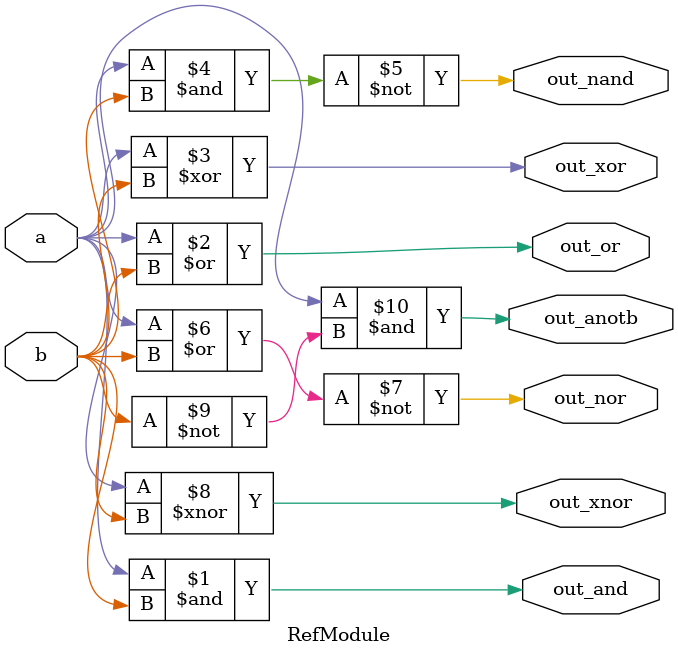
<source format=v>
module RefModule (
  input a,
  input b,
  output out_and,
  output out_or,
  output out_xor,
  output out_nand,
  output out_nor,
  output out_xnor,
  output out_anotb
);

  assign out_and = a&b;
  assign out_or = a|b;
  assign out_xor = a^b;
  assign out_nand = ~(a&b);
  assign out_nor = ~(a|b);
  assign out_xnor = a^~b;
  assign out_anotb = a & ~b;

endmodule
</source>
